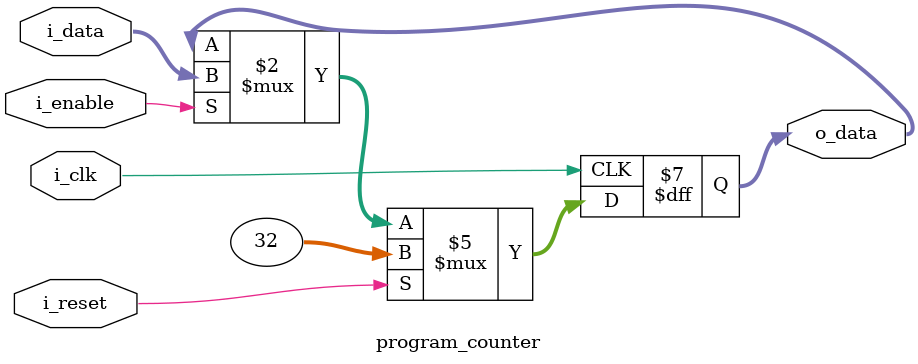
<source format=v>
/**
* This module is responsible for PC register.
* Reset will make PC 2^5 (First location of our program)
* =============================================
* Test Status = Not tested
*/
module program_counter (
    input i_clk,
    input i_enable,
    input i_reset,
    input [31:0] i_data,
    output reg [31:0] o_data
);

  always @(posedge i_clk) begin
    if (i_reset) o_data <= 32'b100000;
    else if (i_enable) o_data <= i_data;
  end

endmodule

</source>
